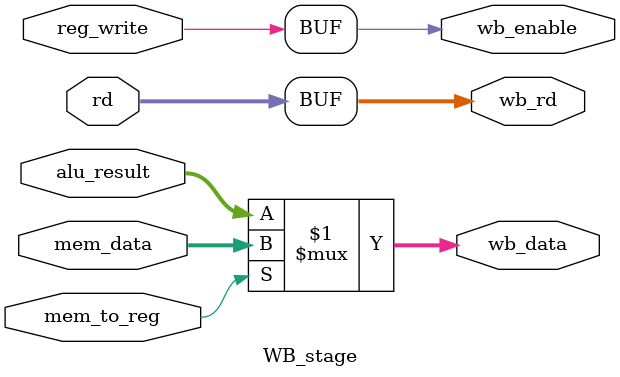
<source format=sv>
module WB_stage (
    input logic [31:0] alu_result,
    input logic [31:0] mem_data,
    input logic mem_to_reg,
    input logic reg_write,
    input logic [4:0] rd,
    
    
    output logic [31:0] wb_data,
    output logic wb_enable,
    output logic [4:0] wb_rd
);

    // Mux to select ALU result or Memory Data
    assign wb_data = mem_to_reg ? mem_data : alu_result;
    assign wb_enable = reg_write;
    assign wb_rd = rd;

endmodule

</source>
